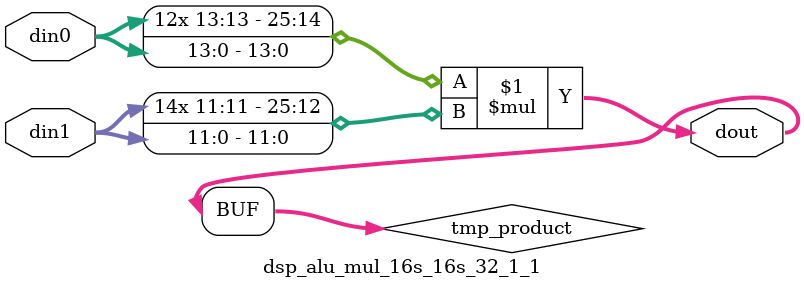
<source format=v>

`timescale 1 ns / 1 ps

 module dsp_alu_mul_16s_16s_32_1_1(din0, din1, dout);
parameter ID = 1;
parameter NUM_STAGE = 0;
parameter din0_WIDTH = 14;
parameter din1_WIDTH = 12;
parameter dout_WIDTH = 26;

input [din0_WIDTH - 1 : 0] din0; 
input [din1_WIDTH - 1 : 0] din1; 
output [dout_WIDTH - 1 : 0] dout;

wire signed [dout_WIDTH - 1 : 0] tmp_product;



























assign tmp_product = $signed(din0) * $signed(din1);








assign dout = tmp_product;





















endmodule

</source>
